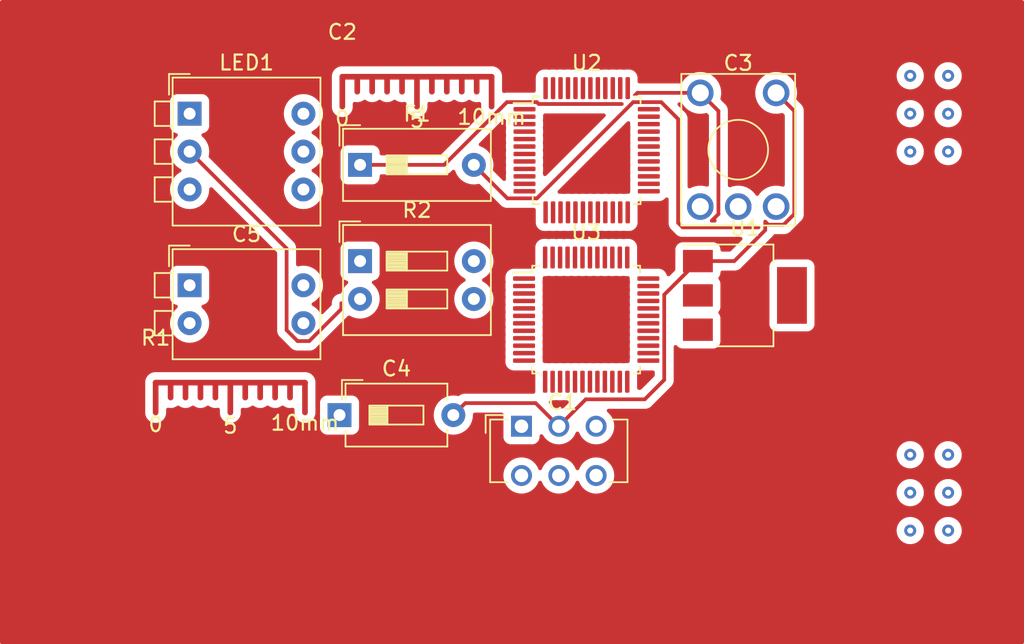
<source format=kicad_pcb>
(kicad_pcb (version 20211014) (generator pcbnew)
  (layers (0 "F.Cu" signal) (31 "B.Cu" signal) (34 "B.Paste" user) (35 "F.Paste" user) (36 "B.SilkS" user "B.Silkscreen") (37 "F.SilkS" user "F.Silkscreen") (38 "B.Mask" user) (39 "F.Mask" user) (44 "Edge.Cuts" user))
  (net 0 "")
  (net 1 "/RST")
  (net 2 "GND")
  (net 3 "Net-(C2-Pad1)")
  (net 4 "Net-(C4-Pad1)")
  (net 5 "Net-(J1-Pad1)")
  (net 6 "Net-(R1-Pad2)")
  (net 7 "+3.3V")
  (footprint "Package_QFP:LQFP-48_7x7mm_P0.5mm" (layer "F.Cu") (at 140.89 86.27)
    (fp_text reference "U2" (at 0 -5.85) (layer "F.SilkS"))
    (fp_text value "STM32F030C8Tx")
    (fp_line (start -3.61 -3.16) (end -4.9 -3.16) (layer "F.SilkS") (width 0.12))
    (fp_line (start 3.16 -3.61) (end 3.61 -3.61) (layer "F.SilkS") (width 0.12))
    (fp_line (start 3.61 3.61) (end 3.61 3.16) (layer "F.SilkS") (width 0.12))
    (fp_line (start -3.16 -3.61) (end -3.61 -3.61) (layer "F.SilkS") (width 0.12))
    (fp_line (start 3.16 3.61) (end 3.61 3.61) (layer "F.SilkS") (width 0.12))
    (fp_line (start -3.16 3.61) (end -3.61 3.61) (layer "F.SilkS") (width 0.12))
    (fp_line (start -3.61 3.61) (end -3.61 3.16) (layer "F.SilkS") (width 0.12))
    (fp_line (start 3.61 -3.61) (end 3.61 -3.16) (layer "F.SilkS") (width 0.12))
    (fp_line (start -3.61 -3.61) (end -3.61 -3.16) (layer "F.SilkS") (width 0.12))
    (pad "1" smd roundrect (at -4.1625 -2.75) (size 1.475 0.3) (layers "F.Cu" "F.Paste" "F.Mask") (net 7 "+3.3V"))
    (pad "2" smd roundrect (at -4.1625 -2.25) (size 1.475 0.3) (layers "F.Cu" "F.Paste" "F.Mask"))
    (pad "3" smd roundrect (at -4.1625 -1.75) (size 1.475 0.3) (layers "F.Cu" "F.Paste" "F.Mask"))
    (pad "4" smd roundrect (at -4.1625 -1.25) (size 1.475 0.3) (layers "F.Cu" "F.Paste" "F.Mask"))
    (pad "5" smd roundrect (at -4.1625 -0.75) (size 1.475 0.3) (layers "F.Cu" "F.Paste" "F.Mask"))
    (pad "6" smd roundrect (at -4.1625 -0.25) (size 1.475 0.3) (layers "F.Cu" "F.Paste" "F.Mask"))
    (pad "7" smd roundrect (at -4.1625 0.25) (size 1.475 0.3) (layers "F.Cu" "F.Paste" "F.Mask") (net 1 "/RST"))
    (pad "8" smd roundrect (at -4.1625 0.75) (size 1.475 0.3) (layers "F.Cu" "F.Paste" "F.Mask") (net 2 "GND"))
    (pad "9" smd roundrect (at -4.1625 1.25) (size 1.475 0.3) (layers "F.Cu" "F.Paste" "F.Mask") (net 7 "+3.3V"))
    (pad "10" smd roundrect (at -4.1625 1.75) (size 1.475 0.3) (layers "F.Cu" "F.Paste" "F.Mask"))
    (pad "11" smd roundrect (at -4.1625 2.25) (size 1.475 0.3) (layers "F.Cu" "F.Paste" "F.Mask"))
    (pad "12" smd roundrect (at -4.1625 2.75) (size 1.475 0.3) (layers "F.Cu" "F.Paste" "F.Mask"))
    (pad "13" smd roundrect (at -2.75 4.1625) (size 0.3 1.475) (layers "F.Cu" "F.Paste" "F.Mask"))
    (pad "14" smd roundrect (at -2.25 4.1625) (size 0.3 1.475) (layers "F.Cu" "F.Paste" "F.Mask"))
    (pad "15" smd roundrect (at -1.75 4.1625) (size 0.3 1.475) (layers "F.Cu" "F.Paste" "F.Mask"))
    (pad "16" smd roundrect (at -1.25 4.1625) (size 0.3 1.475) (layers "F.Cu" "F.Paste" "F.Mask"))
    (pad "17" smd roundrect (at -0.75 4.1625) (size 0.3 1.475) (layers "F.Cu" "F.Paste" "F.Mask"))
    (pad "18" smd roundrect (at -0.25 4.1625) (size 0.3 1.475) (layers "F.Cu" "F.Paste" "F.Mask"))
    (pad "19" smd roundrect (at 0.25 4.1625) (size 0.3 1.475) (layers "F.Cu" "F.Paste" "F.Mask"))
    (pad "20" smd roundrect (at 0.75 4.1625) (size 0.3 1.475) (layers "F.Cu" "F.Paste" "F.Mask"))
    (pad "21" smd roundrect (at 1.25 4.1625) (size 0.3 1.475) (layers "F.Cu" "F.Paste" "F.Mask"))
    (pad "22" smd roundrect (at 1.75 4.1625) (size 0.3 1.475) (layers "F.Cu" "F.Paste" "F.Mask"))
    (pad "23" smd roundrect (at 2.25 4.1625) (size 0.3 1.475) (layers "F.Cu" "F.Paste" "F.Mask") (net 2 "GND"))
    (pad "24" smd roundrect (at 2.75 4.1625) (size 0.3 1.475) (layers "F.Cu" "F.Paste" "F.Mask") (net 7 "+3.3V"))
    (pad "25" smd roundrect (at 4.1625 2.75) (size 1.475 0.3) (layers "F.Cu" "F.Paste" "F.Mask"))
    (pad "26" smd roundrect (at 4.1625 2.25) (size 1.475 0.3) (layers "F.Cu" "F.Paste" "F.Mask"))
    (pad "27" smd roundrect (at 4.1625 1.75) (size 1.475 0.3) (layers "F.Cu" "F.Paste" "F.Mask"))
    (pad "28" smd roundrect (at 4.1625 1.25) (size 1.475 0.3) (layers "F.Cu" "F.Paste" "F.Mask"))
    (pad "29" smd roundrect (at 4.1625 0.75) (size 1.475 0.3) (layers "F.Cu" "F.Paste" "F.Mask"))
    (pad "30" smd roundrect (at 4.1625 0.25) (size 1.475 0.3) (layers "F.Cu" "F.Paste" "F.Mask"))
    (pad "31" smd roundrect (at 4.1625 -0.25) (size 1.475 0.3) (layers "F.Cu" "F.Paste" "F.Mask"))
    (pad "32" smd roundrect (at 4.1625 -0.75) (size 1.475 0.3) (layers "F.Cu" "F.Paste" "F.Mask"))
    (pad "33" smd roundrect (at 4.1625 -1.25) (size 1.475 0.3) (layers "F.Cu" "F.Paste" "F.Mask"))
    (pad "34" smd roundrect (at 4.1625 -1.75) (size 1.475 0.3) (layers "F.Cu" "F.Paste" "F.Mask"))
    (pad "35" smd roundrect (at 4.1625 -2.25) (size 1.475 0.3) (layers "F.Cu" "F.Paste" "F.Mask"))
    (pad "36" smd roundrect (at 4.1625 -2.75) (size 1.475 0.3) (layers "F.Cu" "F.Paste" "F.Mask"))
    (pad "37" smd roundrect (at 2.75 -4.1625) (size 0.3 1.475) (layers "F.Cu" "F.Paste" "F.Mask"))
    (pad "38" smd roundrect (at 2.25 -4.1625) (size 0.3 1.475) (layers "F.Cu" "F.Paste" "F.Mask"))
    (pad "39" smd roundrect (at 1.75 -4.1625) (size 0.3 1.475) (layers "F.Cu" "F.Paste" "F.Mask"))
    (pad "40" smd roundrect (at 1.25 -4.1625) (size 0.3 1.475) (layers "F.Cu" "F.Paste" "F.Mask"))
    (pad "41" smd roundrect (at 0.75 -4.1625) (size 0.3 1.475) (layers "F.Cu" "F.Paste" "F.Mask"))
    (pad "42" smd roundrect (at 0.25 -4.1625) (size 0.3 1.475) (layers "F.Cu" "F.Paste" "F.Mask"))
    (pad "43" smd roundrect (at -0.25 -4.1625) (size 0.3 1.475) (layers "F.Cu" "F.Paste" "F.Mask"))
    (pad "44" smd roundrect (at -0.75 -4.1625) (size 0.3 1.475) (layers "F.Cu" "F.Paste" "F.Mask"))
    (pad "45" smd roundrect (at -1.25 -4.1625) (size 0.3 1.475) (layers "F.Cu" "F.Paste" "F.Mask"))
    (pad "46" smd roundrect (at -1.75 -4.1625) (size 0.3 1.475) (layers "F.Cu" "F.Paste" "F.Mask"))
    (pad "47" smd roundrect (at -2.25 -4.1625) (size 0.3 1.475) (layers "F.Cu" "F.Paste" "F.Mask") (net 2 "GND"))
    (pad "48" smd roundrect (at -2.75 -4.1625) (size 0.3 1.475) (layers "F.Cu" "F.Paste" "F.Mask") (net 7 "+3.3V"))
  )
  (footprint "Button_Switch_THT:SW_DIP_SPSTx03_Piano_CTS_Series194-3MSTN_W7.62mm_P2.54mm" (layer "F.Cu") (at 114.3 83.82)
    (fp_text reference "LED1" (at 3.81 -3.42) (layer "F.SilkS"))
    (fp_text value "LED")
    (fp_line (start -1.38 -2.66) (end -1.38 -1.277) (layer "F.SilkS") (width 0.12))
    (fp_line (start -2.34 1.72) (end -2.34 3.361) (layer "F.SilkS") (width 0.12))
    (fp_line (start -2.34 -0.82) (end -2.34 0.82) (layer "F.SilkS") (width 0.12))
    (fp_line (start -1.14 4.261) (end -1.14 5.9) (layer "F.SilkS") (width 0.12))
    (fp_line (start -1.14 -2.42) (end -1.14 7.5) (layer "F.SilkS") (width 0.12))
    (fp_line (start -2.34 4.261) (end -1.14 4.261) (layer "F.SilkS") (width 0.12))
    (fp_line (start -2.34 0.82) (end -1.14 0.82) (layer "F.SilkS") (width 0.12))
    (fp_line (start -1.38 -2.66) (end 0.004 -2.66) (layer "F.SilkS") (width 0.12))
    (fp_line (start -1.14 -0.82) (end -1.14 0.82) (layer "F.SilkS") (width 0.12))
    (fp_line (start -1.14 1.72) (end -1.14 3.361) (layer "F.SilkS") (width 0.12))
    (fp_line (start 8.76 -2.42) (end 8.76 7.5) (layer "F.SilkS") (width 0.12))
    (fp_line (start -2.34 1.72) (end -1.14 1.72) (layer "F.SilkS") (width 0.12))
    (fp_line (start -2.34 5.9) (end -1.14 5.9) (layer "F.SilkS") (width 0.12))
    (fp_line (start -2.34 -0.82) (end -1.14 -0.82) (layer "F.SilkS") (width 0.12))
    (fp_line (start -2.34 4.261) (end -2.34 5.9) (layer "F.SilkS") (width 0.12))
    (fp_line (start -1.14 7.5) (end 8.76 7.5) (layer "F.SilkS") (width 0.12))
    (fp_line (start -1.14 -2.42) (end 8.76 -2.42) (layer "F.SilkS") (width 0.12))
    (fp_line (start -2.34 3.361) (end -1.14 3.361) (layer "F.SilkS") (width 0.12))
    (pad "1" thru_hole rect (at 0 0) (size 1.6 1.6) (drill 0.8) (layers *.Cu *.Mask) (net 2 "GND"))
    (pad "2" thru_hole oval (at 0 2.54) (size 1.6 1.6) (drill 0.8) (layers *.Cu *.Mask) (net 6 "Net-(R1-Pad2)"))
    (pad "3" thru_hole oval (at 0 5.08) (size 1.6 1.6) (drill 0.8) (layers *.Cu *.Mask))
    (pad "4" thru_hole oval (at 7.62 5.08) (size 1.6 1.6) (drill 0.8) (layers *.Cu *.Mask))
    (pad "5" thru_hole oval (at 7.62 2.54) (size 1.6 1.6) (drill 0.8) (layers *.Cu *.Mask))
    (pad "6" thru_hole oval (at 7.62 0) (size 1.6 1.6) (drill 0.8) (layers *.Cu *.Mask))
  )
  (footprint "Button_Switch_THT:SW_CuK_JS202011CQN_DPDT_Straight" (layer "F.Cu") (at 136.525 104.77)
    (fp_text reference "C1" (at 2.75 -1.6) (layer "F.SilkS"))
    (fp_text value "104/10V")
    (fp_line (start 7.1 3.75) (end 5.9 3.75) (layer "F.SilkS") (width 0.12))
    (fp_line (start -2.1 -0.45) (end -2.1 3.75) (layer "F.SilkS") (width 0.12))
    (fp_line (start 7.1 -0.45) (end 7.1 3.75) (layer "F.SilkS") (width 0.12))
    (fp_line (start -0.9 -0.45) (end -2.1 -0.45) (layer "F.SilkS") (width 0.12))
    (fp_line (start -2.4 -0.75) (end -2.4 0.45) (layer "F.SilkS") (width 0.12))
    (fp_line (start -1.2 -0.75) (end -2.4 -0.75) (layer "F.SilkS") (width 0.12))
    (fp_line (start 5.9 -0.45) (end 7.1 -0.45) (layer "F.SilkS") (width 0.12))
    (fp_line (start -2.1 3.75) (end -0.9 3.75) (layer "F.SilkS") (width 0.12))
    (pad "1" thru_hole rect (at 0 0) (size 1.4 1.4) (drill 0.9) (layers *.Cu *.Mask) (net 1 "/RST"))
    (pad "2" thru_hole circle (at 2.5 0) (size 1.4 1.4) (drill 0.9) (layers *.Cu *.Mask) (net 2 "GND"))
    (pad "3" thru_hole circle (at 5 0) (size 1.4 1.4) (drill 0.9) (layers *.Cu *.Mask))
    (pad "4" thru_hole circle (at 0 3.3) (size 1.4 1.4) (drill 0.9) (layers *.Cu *.Mask))
    (pad "5" thru_hole circle (at 2.5 3.3) (size 1.4 1.4) (drill 0.9) (layers *.Cu *.Mask))
    (pad "6" thru_hole circle (at 5 3.3) (size 1.4 1.4) (drill 0.9) (layers *.Cu *.Mask))
  )
  (footprint "Calibration_Scale:Gauge_10mm_Type1_CopperTop" (layer "F.Cu") (at 124.525 81.345)
    (fp_text reference "C2" (at 0 -2.99974) (layer "F.SilkS"))
    (fp_text value "470UF/10V")
    (fp_text user "0" (at 0 2.79908) (layer "F.SilkS"))
    (fp_text user "10mm" (at 9.99998 2.70002) (layer "F.SilkS"))
    (fp_text user "5" (at 4.99872 2.90068) (layer "F.SilkS"))
    (fp_line (start 5.00126 0) (end 5.00126 1.99898) (layer "F.Cu") (width 0.381))
    (fp_line (start 5.99948 0) (end 5.99948 1.00076) (layer "F.Cu") (width 0.381))
    (fp_line (start 8.001 0) (end 8.001 1.00076) (layer "F.Cu") (width 0.381))
    (fp_line (start 8.99922 0) (end 8.99922 1.00076) (layer "F.Cu") (width 0.381))
    (fp_line (start 0 0) (end 9.99998 0) (layer "F.Cu") (width 0.381))
    (fp_line (start 1.99898 0) (end 1.99898 1.00076) (layer "F.Cu") (width 0.381))
    (fp_line (start 7.00024 0) (end 7.00024 1.00076) (layer "F.Cu") (width 0.381))
    (fp_line (start 0 0) (end 0 1.99898) (layer "F.Cu") (width 0.381))
    (fp_line (start 2.99974 0) (end 2.99974 1.00076) (layer "F.Cu") (width 0.381))
    (fp_line (start 4.0005 0) (end 4.0005 1.00076) (layer "F.Cu") (width 0.381))
    (fp_line (start 1.00076 0) (end 1.00076 1.00076) (layer "F.Cu") (width 0.381))
    (fp_line (start 9.99998 0) (end 9.99998 1.99898) (layer "F.Cu") (width 0.381))
  )
  (footprint "Button_Switch_THT:SW_DIP_SPSTx01_Slide_9.78x4.72mm_W7.62mm_P2.54mm" (layer "F.Cu") (at 125.715 87.25)
    (fp_text reference "F1" (at 3.81 -3.42) (layer "F.SilkS"))
    (fp_text value "6.5V/0.2A")
    (fp_line (start -1.14 2.42) (end 8.76 2.42) (layer "F.SilkS") (width 0.12))
    (fp_line (start 1.78 -0.515) (end 3.133333 -0.515) (layer "F.SilkS") (width 0.12))
    (fp_line (start 8.76 -2.42) (end 8.76 2.42) (layer "F.SilkS") (width 0.12))
    (fp_line (start 5.84 -0.635) (end 1.78 -0.635) (layer "F.SilkS") (width 0.12))
    (fp_line (start 5.84 0.635) (end 5.84 -0.635) (layer "F.SilkS") (width 0.12))
    (fp_line (start 1.78 -0.635) (end 1.78 0.635) (layer "F.SilkS") (width 0.12))
    (fp_line (start 1.78 0.635) (end 5.84 0.635) (layer "F.SilkS") (width 0.12))
    (fp_line (start 1.78 0.205) (end 3.133333 0.205) (layer "F.SilkS") (width 0.12))
    (fp_line (start 1.78 0.325) (end 3.133333 0.325) (layer "F.SilkS") (width 0.12))
    (fp_line (start -1.38 -2.66) (end 0.004 -2.66) (layer "F.SilkS") (width 0.12))
    (fp_line (start -1.14 -2.42) (end -1.14 2.42) (layer "F.SilkS") (width 0.12))
    (fp_line (start 1.78 0.565) (end 3.133333 0.565) (layer "F.SilkS") (width 0.12))
    (fp_line (start 1.78 -0.035) (end 3.133333 -0.035) (layer "F.SilkS") (width 0.12))
    (fp_line (start -1.38 -2.66) (end -1.38 -1.277) (layer "F.SilkS") (width 0.12))
    (fp_line (start -1.14 -2.42) (end 8.76 -2.42) (layer "F.SilkS") (width 0.12))
    (fp_line (start 1.78 -0.155) (end 3.133333 -0.155) (layer "F.SilkS") (width 0.12))
    (fp_line (start 1.78 0.085) (end 3.133333 0.085) (layer "F.SilkS") (width 0.12))
    (fp_line (start 1.78 0.445) (end 3.133333 0.445) (layer "F.SilkS") (width 0.12))
    (fp_line (start 1.78 -0.395) (end 3.133333 -0.395) (layer "F.SilkS") (width 0.12))
    (fp_line (start 1.78 -0.275) (end 3.133333 -0.275) (layer "F.SilkS") (width 0.12))
    (fp_line (start 3.133333 -0.635) (end 3.133333 0.635) (layer "F.SilkS") (width 0.12))
    (pad "1" thru_hole rect (at 0 0) (size 1.6 1.6) (drill 0.8) (layers *.Cu *.Mask) (net 3 "Net-(C2-Pad1)"))
    (pad "2" thru_hole oval (at 7.62 0) (size 1.6 1.6) (drill 0.8) (layers *.Cu *.Mask) (net 5 "Net-(J1-Pad1)"))
  )
  (footprint "Calibration_Scale:Gauge_10mm_Type1_CopperTop" (layer "F.Cu") (at 112.025 101.845)
    (fp_text reference "R1" (at 0 -2.99974) (layer "F.SilkS"))
    (fp_text value "R")
    (fp_text user "10mm" (at 9.99998 2.70002) (layer "F.SilkS"))
    (fp_text user "5" (at 4.99872 2.90068) (layer "F.SilkS"))
    (fp_text user "0" (at 0 2.79908) (layer "F.SilkS"))
    (fp_line (start 8.001 0) (end 8.001 1.00076) (layer "F.Cu") (width 0.381))
    (fp_line (start 1.00076 0) (end 1.00076 1.00076) (layer "F.Cu") (width 0.381))
    (fp_line (start 0 0) (end 0 1.99898) (layer "F.Cu") (width 0.381))
    (fp_line (start 5.00126 0) (end 5.00126 1.99898) (layer "F.Cu") (width 0.381))
    (fp_line (start 1.99898 0) (end 1.99898 1.00076) (layer "F.Cu") (width 0.381))
    (fp_line (start 2.99974 0) (end 2.99974 1.00076) (layer "F.Cu") (width 0.381))
    (fp_line (start 7.00024 0) (end 7.00024 1.00076) (layer "F.Cu") (width 0.381))
    (fp_line (start 9.99998 0) (end 9.99998 1.99898) (layer "F.Cu") (width 0.381))
    (fp_line (start 8.99922 0) (end 8.99922 1.00076) (layer "F.Cu") (width 0.381))
    (fp_line (start 5.99948 0) (end 5.99948 1.00076) (layer "F.Cu") (width 0.381))
    (fp_line (start 4.0005 0) (end 4.0005 1.00076) (layer "F.Cu") (width 0.381))
    (fp_line (start 0 0) (end 9.99998 0) (layer "F.Cu") (width 0.381))
  )
  (footprint "Button_Switch_THT:SW_DIP_SPSTx02_Piano_CTS_Series194-2MSTN_W7.62mm_P2.54mm" (layer "F.Cu") (at 114.3 95.32)
    (fp_text reference "C5" (at 3.81 -3.42) (layer "F.SilkS"))
    (fp_text value "470UF/10V")
    (fp_line (start -2.34 0.82) (end -1.14 0.82) (layer "F.SilkS") (width 0.12))
    (fp_line (start -1.14 -2.42) (end -1.14 4.96) (layer "F.SilkS") (width 0.12))
    (fp_line (start -2.34 1.72) (end -2.34 3.361) (layer "F.SilkS") (width 0.12))
    (fp_line (start -1.14 -0.82) (end -1.14 0.82) (layer "F.SilkS") (width 0.12))
    (fp_line (start -1.38 -2.66) (end -1.38 -1.277) (layer "F.SilkS") (width 0.12))
    (fp_line (start -2.34 -0.82) (end -1.14 -0.82) (layer "F.SilkS") (width 0.12))
    (fp_line (start -2.34 3.361) (end -1.14 3.361) (layer "F.SilkS") (width 0.12))
    (fp_line (start -1.14 -2.42) (end 8.76 -2.42) (layer "F.SilkS") (width 0.12))
    (fp_line (start -1.14 1.72) (end -1.14 3.361) (layer "F.SilkS") (width 0.12))
    (fp_line (start -1.38 -2.66) (end 0.004 -2.66) (layer "F.SilkS") (width 0.12))
    (fp_line (start -1.14 4.96) (end 8.76 4.96) (layer "F.SilkS") (width 0.12))
    (fp_line (start -2.34 1.72) (end -1.14 1.72) (layer "F.SilkS") (width 0.12))
    (fp_line (start -2.34 -0.82) (end -2.34 0.82) (layer "F.SilkS") (width 0.12))
    (fp_line (start 8.76 -2.42) (end 8.76 4.96) (layer "F.SilkS") (width 0.12))
    (pad "1" thru_hole rect (at 0 0) (size 1.6 1.6) (drill 0.8) (layers *.Cu *.Mask) (net 4 "Net-(C4-Pad1)"))
    (pad "2" thru_hole oval (at 0 2.54) (size 1.6 1.6) (drill 0.8) (layers *.Cu *.Mask) (net 2 "GND"))
    (pad "3" thru_hole oval (at 7.62 2.54) (size 1.6 1.6) (drill 0.8) (layers *.Cu *.Mask))
    (pad "4" thru_hole oval (at 7.62 0) (size 1.6 1.6) (drill 0.8) (layers *.Cu *.Mask))
  )
  (footprint "Button_Switch_THT:SW_DIP_SPSTx02_Slide_9.78x7.26mm_W7.62mm_P2.54mm" (layer "F.Cu") (at 125.715 93.7)
    (fp_text reference "R2" (at 3.81 -3.42) (layer "F.SilkS"))
    (fp_text value "R")
    (fp_line (start 1.78 3.105) (end 3.133333 3.105) (layer "F.SilkS") (width 0.12))
    (fp_line (start -1.38 -2.66) (end -1.38 -1.277) (layer "F.SilkS") (width 0.12))
    (fp_line (start 1.78 -0.635) (end 1.78 0.635) (layer "F.SilkS") (width 0.12))
    (fp_line (start -1.14 -2.42) (end -1.14 4.96) (layer "F.SilkS") (width 0.12))
    (fp_line (start 5.84 -0.635) (end 1.78 -0.635) (layer "F.SilkS") (width 0.12))
    (fp_line (start 1.78 -0.155) (end 3.133333 -0.155) (layer "F.SilkS") (width 0.12))
    (fp_line (start 3.133333 1.905) (end 3.133333 3.175) (layer "F.SilkS") (width 0.12))
    (fp_line (start 3.133333 -0.635) (end 3.133333 0.635) (layer "F.SilkS") (width 0.12))
    (fp_line (start 1.78 2.745) (end 3.133333 2.745) (layer "F.SilkS") (width 0.12))
    (fp_line (start -1.14 4.96) (end 8.76 4.96) (layer "F.SilkS") (width 0.12))
    (fp_line (start -1.14 -2.42) (end 8.76 -2.42) (layer "F.SilkS") (width 0.12))
    (fp_line (start 1.78 2.865) (end 3.133333 2.865) (layer "F.SilkS") (width 0.12))
    (fp_line (start 1.78 0.635) (end 5.84 0.635) (layer "F.SilkS") (width 0.12))
    (fp_line (start 1.78 2.985) (end 3.133333 2.985) (layer "F.SilkS") (width 0.12))
    (fp_line (start 8.76 -2.42) (end 8.76 4.96) (layer "F.SilkS") (width 0.12))
    (fp_line (start 1.78 1.905) (end 1.78 3.175) (layer "F.SilkS") (width 0.12))
    (fp_line (start 1.78 0.565) (end 3.133333 0.565) (layer "F.SilkS") (width 0.12))
    (fp_line (start 5.84 0.635) (end 5.84 -0.635) (layer "F.SilkS") (width 0.12))
    (fp_line (start 1.78 -0.035) (end 3.133333 -0.035) (layer "F.SilkS") (width 0.12))
    (fp_line (start 1.78 2.625) (end 3.133333 2.625) (layer "F.SilkS") (width 0.12))
    (fp_line (start 1.78 -0.515) (end 3.133333 -0.515) (layer "F.SilkS") (width 0.12))
    (fp_line (start 1.78 0.325) (end 3.133333 0.325) (layer "F.SilkS") (width 0.12))
    (fp_line (start 1.78 2.145) (end 3.133333 2.145) (layer "F.SilkS") (width 0.12))
    (fp_line (start 5.84 1.905) (end 1.78 1.905) (layer "F.SilkS") (width 0.12))
    (fp_line (start -1.38 -2.66) (end 0.004 -2.66) (layer "F.SilkS") (width 0.12))
    (fp_line (start 1.78 0.205) (end 3.133333 0.205) (layer "F.SilkS") (width 0.12))
    (fp_line (start 1.78 2.505) (end 3.133333 2.505) (layer "F.SilkS") (width 0.12))
    (fp_line (start 1.78 3.175) (end 5.84 3.175) (layer "F.SilkS") (width 0.12))
    (fp_line (start 1.78 -0.275) (end 3.133333 -0.275) (layer "F.SilkS") (width 0.12))
    (fp_line (start 1.78 -0.395) (end 3.133333 -0.395) (layer "F.SilkS") (width 0.12))
    (fp_line (start 5.84 3.175) (end 5.84 1.905) (layer "F.SilkS") (width 0.12))
    (fp_line (start 1.78 2.265) (end 3.133333 2.265) (layer "F.SilkS") (width 0.12))
    (fp_line (start 1.78 2.025) (end 3.133333 2.025) (layer "F.SilkS") (width 0.12))
    (fp_line (start 1.78 0.085) (end 3.133333 0.085) (layer "F.SilkS") (width 0.12))
    (fp_line (start 1.78 0.445) (end 3.133333 0.445) (layer "F.SilkS") (width 0.12))
    (fp_line (start 1.78 2.385) (end 3.133333 2.385) (layer "F.SilkS") (width 0.12))
    (pad "1" thru_hole rect (at 0 0) (size 1.6 1.6) (drill 0.8) (layers *.Cu *.Mask) (net 7 "+3.3V"))
    (pad "2" thru_hole oval (at 0 2.54) (size 1.6 1.6) (drill 0.8) (layers *.Cu *.Mask) (net 1 "/RST"))
    (pad "3" thru_hole oval (at 7.62 2.54) (size 1.6 1.6) (drill 0.8) (layers *.Cu *.Mask))
    (pad "4" thru_hole oval (at 7.62 0) (size 1.6 1.6) (drill 0.8) (layers *.Cu *.Mask))
  )
  (footprint "Package_TO_SOT_SMD:SOT-223-3_TabPin2" (layer "F.Cu") (at 151.49 96)
    (fp_text reference "U1" (at 0 -4.5) (layer "F.SilkS"))
    (fp_text value "AP1117-33")
    (fp_line (start 1.91 3.41) (end 1.91 2.15) (layer "F.SilkS") (width 0.12))
    (fp_line (start 1.91 -3.41) (end 1.91 -2.15) (layer "F.SilkS") (width 0.12))
    (fp_line (start -1.85 3.41) (end 1.91 3.41) (layer "F.SilkS") (width 0.12))
    (fp_line (start -4.1 -3.41) (end 1.91 -3.41) (layer "F.SilkS") (width 0.12))
    (pad "1" smd rect (at -3.15 -2.3) (size 2 1.5) (layers "F.Cu" "F.Paste" "F.Mask") (net 2 "GND"))
    (pad "2" smd rect (at 3.15 0) (size 2 3.8) (layers "F.Cu" "F.Paste" "F.Mask") (net 4 "Net-(C4-Pad1)"))
    (pad "2" smd rect (at -3.15 0) (size 2 1.5) (layers "F.Cu" "F.Paste" "F.Mask") (net 4 "Net-(C4-Pad1)"))
    (pad "3" smd rect (at -3.15 2.3) (size 2 1.5) (layers "F.Cu" "F.Paste" "F.Mask") (net 3 "Net-(C2-Pad1)"))
  )
  (footprint "Package_QFP:LQFP-48_7x7mm_P0.5mm" (layer "F.Cu") (at 140.86 97.62)
    (fp_text reference "U3" (at 0 -5.85) (layer "F.SilkS"))
    (fp_text value "STM32F030C8Tx")
    (fp_line (start 3.16 -3.61) (end 3.61 -3.61) (layer "F.SilkS") (width 0.12))
    (fp_line (start 3.16 3.61) (end 3.61 3.61) (layer "F.SilkS") (width 0.12))
    (fp_line (start -3.61 3.61) (end -3.61 3.16) (layer "F.SilkS") (width 0.12))
    (fp_line (start 3.61 -3.61) (end 3.61 -3.16) (layer "F.SilkS") (width 0.12))
    (fp_line (start -3.61 -3.16) (end -4.9 -3.16) (layer "F.SilkS") (width 0.12))
    (fp_line (start -3.61 -3.61) (end -3.61 -3.16) (layer "F.SilkS") (width 0.12))
    (fp_line (start 3.61 3.61) (end 3.61 3.16) (layer "F.SilkS") (width 0.12))
    (fp_line (start -3.16 3.61) (end -3.61 3.61) (layer "F.SilkS") (width 0.12))
    (fp_line (start -3.16 -3.61) (end -3.61 -3.61) (layer "F.SilkS") (width 0.12))
    (pad "1" smd roundrect (at -4.1625 -2.75) (size 1.475 0.3) (layers "F.Cu" "F.Paste" "F.Mask") (net 7 "+3.3V"))
    (pad "2" smd roundrect (at -4.1625 -2.25) (size 1.475 0.3) (layers "F.Cu" "F.Paste" "F.Mask"))
    (pad "3" smd roundrect (at -4.1625 -1.75) (size 1.475 0.3) (layers "F.Cu" "F.Paste" "F.Mask"))
    (pad "4" smd roundrect (at -4.1625 -1.25) (size 1.475 0.3) (layers "F.Cu" "F.Paste" "F.Mask"))
    (pad "5" smd roundrect (at -4.1625 -0.75) (size 1.475 0.3) (layers "F.Cu" "F.Paste" "F.Mask"))
    (pad "6" smd roundrect (at -4.1625 -0.25) (size 1.475 0.3) (layers "F.Cu" "F.Paste" "F.Mask"))
    (pad "7" smd roundrect (at -4.1625 0.25) (size 1.475 0.3) (layers "F.Cu" "F.Paste" "F.Mask") (net 1 "/RST"))
    (pad "8" smd roundrect (at -4.1625 0.75) (size 1.475 0.3) (layers "F.Cu" "F.Paste" "F.Mask") (net 2 "GND"))
    (pad "9" smd roundrect (at -4.1625 1.25) (size 1.475 0.3) (layers "F.Cu" "F.Paste" "F.Mask") (net 7 "+3.3V"))
    (pad "10" smd roundrect (at -4.1625 1.75) (size 1.475 0.3) (layers "F.Cu" "F.Paste" "F.Mask"))
    (pad "11" smd roundrect (at -4.1625 2.25) (size 1.475 0.3) (layers "F.Cu" "F.Paste" "F.Mask"))
    (pad "12" smd roundrect (at -4.1625 2.75) (size 1.475 0.3) (layers "F.Cu" "F.Paste" "F.Mask"))
    (pad "13" smd roundrect (at -2.75 4.1625) (size 0.3 1.475) (layers "F.Cu" "F.Paste" "F.Mask"))
    (pad "14" smd roundrect (at -2.25 4.1625) (size 0.3 1.475) (layers "F.Cu" "F.Paste" "F.Mask"))
    (pad "15" smd roundrect (at -1.75 4.1625) (size 0.3 1.475) (layers "F.Cu" "F.Paste" "F.Mask"))
    (pad "16" smd roundrect (at -1.25 4.1625) (size 0.3 1.475) (layers "F.Cu" "F.Paste" "F.Mask"))
    (pad "17" smd roundrect (at -0.75 4.1625) (size 0.3 1.475) (layers "F.Cu" "F.Paste" "F.Mask"))
    (pad "18" smd roundrect (at -0.25 4.1625) (size 0.3 1.475) (layers "F.Cu" "F.Paste" "F.Mask"))
    (pad "19" smd roundrect (at 0.25 4.1625) (size 0.3 1.475) (layers "F.Cu" "F.Paste" "F.Mask"))
    (pad "20" smd roundrect (at 0.75 4.1625) (size 0.3 1.475) (layers "F.Cu" "F.Paste" "F.Mask"))
    (pad "21" smd roundrect (at 1.25 4.1625) (size 0.3 1.475) (layers "F.Cu" "F.Paste" "F.Mask"))
    (pad "22" smd roundrect (at 1.75 4.1625) (size 0.3 1.475) (layers "F.Cu" "F.Paste" "F.Mask"))
    (pad "23" smd roundrect (at 2.25 4.1625) (size 0.3 1.475) (layers "F.Cu" "F.Paste" "F.Mask") (net 2 "GND"))
    (pad "24" smd roundrect (at 2.75 4.1625) (size 0.3 1.475) (layers "F.Cu" "F.Paste" "F.Mask") (net 7 "+3.3V"))
    (pad "25" smd roundrect (at 4.1625 2.75) (size 1.475 0.3) (layers "F.Cu" "F.Paste" "F.Mask"))
    (pad "26" smd roundrect (at 4.1625 2.25) (size 1.475 0.3) (layers "F.Cu" "F.Paste" "F.Mask"))
    (pad "27" smd roundrect (at 4.1625 1.75) (size 1.475 0.3) (layers "F.Cu" "F.Paste" "F.Mask"))
    (pad "28" smd roundrect (at 4.1625 1.25) (size 1.475 0.3) (layers "F.Cu" "F.Paste" "F.Mask"))
    (pad "29" smd roundrect (at 4.1625 0.75) (size 1.475 0.3) (layers "F.Cu" "F.Paste" "F.Mask"))
    (pad "30" smd roundrect (at 4.1625 0.25) (size 1.475 0.3) (layers "F.Cu" "F.Paste" "F.Mask"))
    (pad "31" smd roundrect (at 4.1625 -0.25) (size 1.475 0.3) (layers "F.Cu" "F.Paste" "F.Mask"))
    (pad "32" smd roundrect (at 4.1625 -0.75) (size 1.475 0.3) (layers "F.Cu" "F.Paste" "F.Mask"))
    (pad "33" smd roundrect (at 4.1625 -1.25) (size 1.475 0.3) (layers "F.Cu" "F.Paste" "F.Mask"))
    (pad "34" smd roundrect (at 4.1625 -1.75) (size 1.475 0.3) (layers "F.Cu" "F.Paste" "F.Mask"))
    (pad "35" smd roundrect (at 4.1625 -2.25) (size 1.475 0.3) (layers "F.Cu" "F.Paste" "F.Mask"))
    (pad "36" smd roundrect (at 4.1625 -2.75) (size 1.475 0.3) (layers "F.Cu" "F.Paste" "F.Mask"))
    (pad "37" smd roundrect (at 2.75 -4.1625) (size 0.3 1.475) (layers "F.Cu" "F.Paste" "F.Mask"))
    (pad "38" smd roundrect (at 2.25 -4.1625) (size 0.3 1.475) (layers "F.Cu" "F.Paste" "F.Mask"))
    (pad "39" smd roundrect (at 1.75 -4.1625) (size 0.3 1.475) (layers "F.Cu" "F.Paste" "F.Mask"))
    (pad "40" smd roundrect (at 1.25 -4.1625) (size 0.3 1.475) (layers "F.Cu" "F.Paste" "F.Mask"))
    (pad "41" smd roundrect (at 0.75 -4.1625) (size 0.3 1.475) (layers "F.Cu" "F.Paste" "F.Mask"))
    (pad "42" smd roundrect (at 0.25 -4.1625) (size 0.3 1.475) (layers "F.Cu" "F.Paste" "F.Mask"))
    (pad "43" smd roundrect (at -0.25 -4.1625) (size 0.3 1.475) (layers "F.Cu" "F.Paste" "F.Mask"))
    (pad "44" smd roundrect (at -0.75 -4.1625) (size 0.3 1.475) (layers "F.Cu" "F.Paste" "F.Mask"))
    (pad "45" smd roundrect (at -1.25 -4.1625) (size 0.3 1.475) (layers "F.Cu" "F.Paste" "F.Mask"))
    (pad "46" smd roundrect (at -1.75 -4.1625) (size 0.3 1.475) (layers "F.Cu" "F.Paste" "F.Mask"))
    (pad "47" smd roundrect (at -2.25 -4.1625) (size 0.3 1.475) (layers "F.Cu" "F.Paste" "F.Mask") (net 2 "GND"))
    (pad "48" smd roundrect (at -2.75 -4.1625) (size 0.3 1.475) (layers "F.Cu" "F.Paste" "F.Mask") (net 7 "+3.3V"))
  )
  (footprint "Button_Switch_THT:SW_DIP_SPSTx01_Slide_6.7x4.1mm_W7.62mm_P2.54mm_LowProfile" (layer "F.Cu") (at 124.34 104.02)
    (fp_text reference "C4" (at 3.81 -3.11) (layer "F.SilkS"))
    (fp_text value "104/10V")
    (fp_line (start 2 -0.275) (end 3.206667 -0.275) (layer "F.SilkS") (width 0.12))
    (fp_line (start 5.62 0.635) (end 5.62 -0.635) (layer "F.SilkS") (width 0.12))
    (fp_line (start 0.16 -2.35) (end 0.16 -1.04) (layer "F.SilkS") (width 0.12))
    (fp_line (start 0.4 -2.11) (end 7.221 -2.11) (layer "F.SilkS") (width 0.12))
    (fp_line (start 2 0.565) (end 3.206667 0.565) (layer "F.SilkS") (width 0.12))
    (fp_line (start 7.221 -2.11) (end 7.221 -0.99) (layer "F.SilkS") (width 0.12))
    (fp_line (start 0.4 2.11) (end 7.221 2.11) (layer "F.SilkS") (width 0.12))
    (fp_line (start 2 -0.635) (end 2 0.635) (layer "F.SilkS") (width 0.12))
    (fp_line (start 3.206667 -0.635) (end 3.206667 0.635) (layer "F.SilkS") (width 0.12))
    (fp_line (start 0.4 -2.11) (end 0.4 -1.04) (layer "F.SilkS") (width 0.12))
    (fp_line (start 0.4 1.04) (end 0.4 2.11) (layer "F.SilkS") (width 0.12))
    (fp_line (start 2 -0.035) (end 3.206667 -0.035) (layer "F.SilkS") (width 0.12))
    (fp_line (start 2 0.325) (end 3.206667 0.325) (layer "F.SilkS") (width 0.12))
    (fp_line (start 2 0.635) (end 5.62 0.635) (layer "F.SilkS") (width 0.12))
    (fp_line (start 5.62 -0.635) (end 2 -0.635) (layer "F.SilkS") (width 0.12))
    (fp_line (start 2 0.085) (end 3.206667 0.085) (layer "F.SilkS") (width 0.12))
    (fp_line (start 0.16 -2.35) (end 1.543 -2.35) (layer "F.SilkS") (width 0.12))
    (fp_line (start 2 -0.515) (end 3.206667 -0.515) (layer "F.SilkS") (width 0.12))
    (fp_line (start 2 -0.395) (end 3.206667 -0.395) (layer "F.SilkS") (width 0.12))
    (fp_line (start 7.221 0.99) (end 7.221 2.11) (layer "F.SilkS") (width 0.12))
    (fp_line (start 2 -0.155) (end 3.206667 -0.155) (layer "F.SilkS") (width 0.12))
    (fp_line (start 2 0.205) (end 3.206667 0.205) (layer "F.SilkS") (width 0.12))
    (fp_line (start 2 0.445) (end 3.206667 0.445) (layer "F.SilkS") (width 0.12))
    (pad "1" thru_hole rect (at 0 0) (size 1.6 1.6) (drill 0.8) (layers *.Cu *.Mask) (net 4 "Net-(C4-Pad1)"))
    (pad "2" thru_hole oval (at 7.62 0) (size 1.6 1.6) (drill 0.8) (layers *.Cu *.Mask) (net 2 "GND"))
  )
  (footprint "Button_Switch_THT:KSA_Tactile_SPST" (layer "F.Cu") (at 148.5 82.425)
    (fp_text reference "C3" (at 2.54 -2) (layer "F.SilkS"))
    (fp_text value "104/10V")
    (fp_line (start -1.27 -1.27) (end -1.27 8.89) (layer "F.SilkS") (width 0.12))
    (fp_line (start 6.35 8.89) (end 6.35 -1.27) (layer "F.SilkS") (width 0.12))
    (fp_line (start -1.27 8.89) (end 6.35 8.89) (layer "F.SilkS") (width 0.12))
    (fp_line (start -1.27 -1.27) (end 6.35 -1.27) (layer "F.SilkS") (width 0.12))
    (fp_circle (center 2.54 3.81) (end 0.54 3.81) (layer "F.SilkS") (width 0.12) (fill none))
    (pad "1" thru_hole circle (at 0 0) (size 1.778 1.778) (drill 1.143) (layers *.Cu *.Mask) (net 3 "Net-(C2-Pad1)"))
    (pad "2" thru_hole circle (at 5.08 0) (size 1.778 1.778) (drill 1.143) (layers *.Cu *.Mask) (net 2 "GND"))
    (pad "3" thru_hole circle (at 5.08 7.62) (size 1.778 1.778) (drill 1.143) (layers *.Cu *.Mask))
    (pad "4" thru_hole circle (at 2.54 7.62) (size 1.778 1.778) (drill 1.143) (layers *.Cu *.Mask))
    (pad "5" thru_hole circle (at 0 7.62) (size 1.778 1.778) (drill 1.143) (layers *.Cu *.Mask))
  )
  (via (at 162.56 81.28) (size 0.8) (drill 0.4) (layers "F.Cu" "B.Cu") (net 0))
  (via (at 162.56 86.36) (size 0.8) (drill 0.4) (layers "F.Cu" "B.Cu") (net 0))
  (via (at 165.1 86.36) (size 0.8) (drill 0.4) (layers "F.Cu" "B.Cu") (net 0))
  (via (at 165.1 83.82) (size 0.8) (drill 0.4) (layers "F.Cu" "B.Cu") (net 0))
  (via (at 165.1 81.28) (size 0.8) (drill 0.4) (layers "F.Cu" "B.Cu") (net 0))
  (segment (start 139.025 104.77) (end 140.830431 102.964569) (width 0.25) (layer "F.Cu") (net 2))
  (segment (start 154.082856 91.259) (end 154.794 90.547856) (width 0.25) (layer "F.Cu") (net 2))
  (segment (start 137.475001 103.220001) (end 139.025 104.77) (width 0.25) (layer "F.Cu") (net 2))
  (segment (start 153.054675 91.259) (end 154.082856 91.259) (width 0.25) (layer "F.Cu") (net 2))
  (segment (start 152.85 91.626396) (end 152.85 91.054325) (width 0.25) (layer "F.Cu") (net 2))
  (segment (start 154.794 83.639) (end 153.58 82.425) (width 0.25) (layer "F.Cu") (net 2))
  (segment (start 154.794 90.547856) (end 154.794 83.639) (width 0.25) (layer "F.Cu") (net 2))
  (segment (start 140.830431 102.964569) (end 144.78 102.964569) (width 0.25) (layer "F.Cu") (net 2))
  (segment (start 152.85 91.054325) (end 153.054675 91.259) (width 0.25) (layer "F.Cu") (net 2))
  (segment (start 144.78 102.964569) (end 146.085 101.659569) (width 0.25) (layer "F.Cu") (net 2))
  (segment (start 150.776396 93.7) (end 152.85 91.626396) (width 0.25) (layer "F.Cu") (net 2))
  (segment (start 146.085 95.955) (end 148.34 93.7) (width 0.25) (layer "F.Cu") (net 2))
  (segment (start 132.759999 103.220001) (end 137.475001 103.220001) (width 0.25) (layer "F.Cu") (net 2))
  (segment (start 146.085 101.659569) (end 146.085 95.955) (width 0.25) (layer "F.Cu") (net 2))
  (segment (start 148.34 93.7) (end 150.776396 93.7) (width 0.25) (layer "F.Cu") (net 2))
  (segment (start 131.96 104.02) (end 132.759999 103.220001) (width 0.25) (layer "F.Cu") (net 2))
  (via (at 165.1 106.68) (size 0.8) (drill 0.4) (layers "F.Cu" "B.Cu") (net 2))
  (via (at 162.56 106.68) (size 0.8) (drill 0.4) (layers "F.Cu" "B.Cu") (net 2))
  (via (at 162.56 111.76) (size 0.8) (drill 0.4) (layers "F.Cu" "B.Cu") (net 2))
  (via (at 162.56 83.82) (size 0.8) (drill 0.4) (layers "F.Cu" "B.Cu") (net 2))
  (via (at 162.56 109.22) (size 0.8) (drill 0.4) (layers "F.Cu" "B.Cu") (net 2))
  (via (at 165.1 109.22) (size 0.8) (drill 0.4) (layers "F.Cu" "B.Cu") (net 2))
  (via (at 165.1 111.76) (size 0.8) (drill 0.4) (layers "F.Cu" "B.Cu") (net 2))
  (segment (start 137.680685 83.17) (end 143.244289 83.17) (width 0.25) (layer "F.Cu") (net 3))
  (segment (start 149.271856 90.99) (end 149.466501 90.99) (width 0.25) (layer "F.Cu") (net 3))
  (segment (start 149.714 90.547856) (end 149.271856 90.99) (width 0.25) (layer "F.Cu") (net 3))
  (segment (start 137.555685 83.045) (end 137.680685 83.17) (width 0.25) (layer "F.Cu") (net 3))
  (segment (start 125.715 87.25) (end 131.347987 87.25) (width 0.25) (layer "F.Cu") (net 3))
  (segment (start 148.5 82.425) (end 144.285 82.425) (width 0.25) (layer "F.Cu") (net 3))
  (segment (start 149.714 83.639) (end 149.714 90.547856) (width 0.25) (layer "F.Cu") (net 3))
  (segment (start 148.5 82.425) (end 149.714 83.639) (width 0.25) (layer "F.Cu") (net 3))
  (segment (start 144.285 82.425) (end 144.115 82.595) (width 0.25) (layer "F.Cu") (net 3))
  (segment (start 135.552987 83.045) (end 137.555685 83.045) (width 0.25) (layer "F.Cu") (net 3))
  (segment (start 131.347987 87.25) (end 135.552987 83.045) (width 0.25) (layer "F.Cu") (net 3))
  (segment (start 137.555685 89.495) (end 144.005685 83.045) (width 0.25) (layer "F.Cu") (net 5))
  (segment (start 145.880685 83.045) (end 147.015 84.179315) (width 0.25) (layer "F.Cu") (net 5))
  (segment (start 144.005685 83.045) (end 145.880685 83.045) (width 0.25) (layer "F.Cu") (net 5))
  (segment (start 133.335 87.25) (end 135.58 89.495) (width 0.25) (layer "F.Cu") (net 5))
  (segment (start 147.32 91.44) (end 152.4 91.44) (width 0.25) (layer "F.Cu") (net 5))
  (segment (start 147.015 91.135) (end 147.32 91.44) (width 0.25) (layer "F.Cu") (net 5))
  (segment (start 147.015 84.179315) (end 147.015 91.135) (width 0.25) (layer "F.Cu") (net 5))
  (segment (start 135.58 89.495) (end 137.555685 89.495) (width 0.25) (layer "F.Cu") (net 5))
  (segment (start 121.529009 99.06) (end 122.310991 99.06) (width 0.25) (layer "F.Cu") (net 6))
  (segment (start 114.3 86.36) (end 120.795 92.855) (width 0.25) (layer "F.Cu") (net 6))
  (segment (start 120.795 98.325991) (end 121.529009 99.06) (width 0.25) (layer "F.Cu") (net 6))
  (segment (start 124.46 96.910991) (end 124.46 96.52) (width 0.25) (layer "F.Cu") (net 6))
  (segment (start 122.310991 99.06) (end 124.46 96.910991) (width 0.25) (layer "F.Cu") (net 6))
  (segment (start 120.795 92.855) (end 120.795 98.325991) (width 0.25) (layer "F.Cu") (net 6))
  (zone (net 0) (net_name "") (layer "F.Cu") (connect_pads (clearance 0.508)) (min_thickness 0.254) (fill yes (thermal_gap 0.508) (thermal_bridge_width 0.508))
    (polygon (pts (xy 170.18 119.38) (xy 101.6 119.38) (xy 101.6 76.2) (xy 170.18 76.2)))
  )
)
</source>
